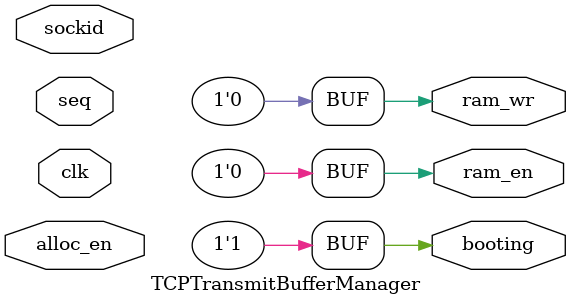
<source format=sv>
`timescale 1ns / 1ps
`default_nettype none
/***********************************************************************************************************************
*                                                                                                                      *
* ANTIKERNEL v0.1                                                                                                      *
*                                                                                                                      *
* Copyright (c) 2012-2019 Andrew D. Zonenberg                                                                          *
* All rights reserved.                                                                                                 *
*                                                                                                                      *
* Redistribution and use in source and binary forms, with or without modification, are permitted provided that the     *
* following conditions are met:                                                                                        *
*                                                                                                                      *
*    * Redistributions of source code must retain the above copyright notice, this list of conditions, and the         *
*      following disclaimer.                                                                                           *
*                                                                                                                      *
*    * Redistributions in binary form must reproduce the above copyright notice, this list of conditions and the       *
*      following disclaimer in the documentation and/or other materials provided with the distribution.                *
*                                                                                                                      *
*    * Neither the name of the author nor the names of any contributors may be used to endorse or promote products     *
*      derived from this software without specific prior written permission.                                           *
*                                                                                                                      *
* THIS SOFTWARE IS PROVIDED BY THE AUTHORS "AS IS" AND ANY EXPRESS OR IMPLIED WARRANTIES, INCLUDING, BUT NOT LIMITED   *
* TO, THE IMPLIED WARRANTIES OF MERCHANTABILITY AND FITNESS FOR A PARTICULAR PURPOSE ARE DISCLAIMED. IN NO EVENT SHALL *
* THE AUTHORS BE HELD LIABLE FOR ANY DIRECT, INDIRECT, INCIDENTAL, SPECIAL, EXEMPLARY, OR CONSEQUENTIAL DAMAGES        *
* (INCLUDING, BUT NOT LIMITED TO, PROCUREMENT OF SUBSTITUTE GOODS OR SERVICES; LOSS OF USE, DATA, OR PROFITS; OR       *
* BUSINESS INTERRUPTION) HOWEVER CAUSED AND ON ANY THEORY OF LIABILITY, WHETHER IN CONTRACT, STRICT LIABILITY, OR TORT *
* (INCLUDING NEGLIGENCE OR OTHERWISE) ARISING IN ANY WAY OUT OF THE USE OF THIS SOFTWARE, EVEN IF ADVISED OF THE       *
* POSSIBILITY OF SUCH DAMAGE.                                                                                          *
*                                                                                                                      *
***********************************************************************************************************************/

/**
	@brief Buffer manager for the TCP transmit state

	Does not contain any buffer memory, just keeps track of metadata.

	When sending a TCP segment:
		Set sockid, seq appropriately for the packet being sent
		Assert alloc_en
 */
module TCPTransmitBufferManager #(
	parameter BUFFER_DEPTH	= 8192,
	parameter SOCKET_BITS	= 11
)(
	input wire					clk,

	//Stack-facing interface
	output logic				booting	= 1,
	input wire					alloc_en,
	input wire[SOCKET_BITS-1:0]	sockid,
	input wire[31:0]			seq,

	//External memory interface
	output logic				ram_en	= 0,
	output logic				ram_wr	= 0
);

	////////////////////////////////////////////////////////////////////////////////////////////////////////////////////
	//

endmodule

</source>
